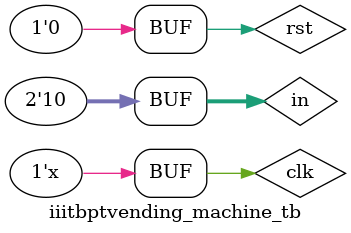
<source format=v>

module iiitb_ptv_machine(
	input clk,
	input rst,
	input [1:0]in,
	output reg out
);

parameter s0 = 2'b00;
parameter s1 = 2'b01;
parameter s2 = 2'b10;

reg [1:0]c_state; reg [1:0]n_state;

always @(posedge clk)
	begin
	if(rst)
		begin
		c_state = 0;
		n_state = 0;
		end
	else
		begin
		c_state = n_state;
		case(c_state)
		s0: if(in == 0)
			begin
			n_state = s0;
			out = 0;
			end
		
		else if(in== 2'b01)
			begin
			n_state = s1;
			out = 0;
			end
			
		else if(in == 2'b10)
			begin
			n_state = s2;
			out = 0;
			end
			
		s1: if(in == 0)
			begin
			n_state = s0;
			out = 0;
			end
		
		else if(in== 2'b01)
			begin
			n_state = s2;
			out = 0;
			end
			
		else if(in == 2'b10)
			begin
			n_state = s0;
			out = 1;
			end
			
		s2: if(in == 0)
			begin
			n_state = s0;
			out = 0;
			end
		
		else if(in== 2'b01)
			begin
			n_state = s0;
			out = 1;
			end
			
		else if(in == 2'b10)
			begin
			n_state = s0;
			out = 1;
			end 
			
		endcase
		
		end
	end
	
endmodule
		
			
		
//testbench
//'include "vending.v"
module iiitbptvending_machine_tb;

	reg clk;
	reg rst;
	reg [1:0]in;
	
	wire out;
	
	iiitb_ptv_machine uut(
		.in(in),
		.clk(clk),
		.rst(rst),
		.out(out)
	);
	
	initial begin
	$dumpfile("ticketvending.vcd");
	$dumpvars(0,vending_machine_tb);
	rst = 1;
	clk = 0;
	
	#6 rst = 0;
	in = 1;
	
	#19 in = 2; #10;
	end
	
	
	always #5 clk = ~clk;
	
endmodule

</source>
